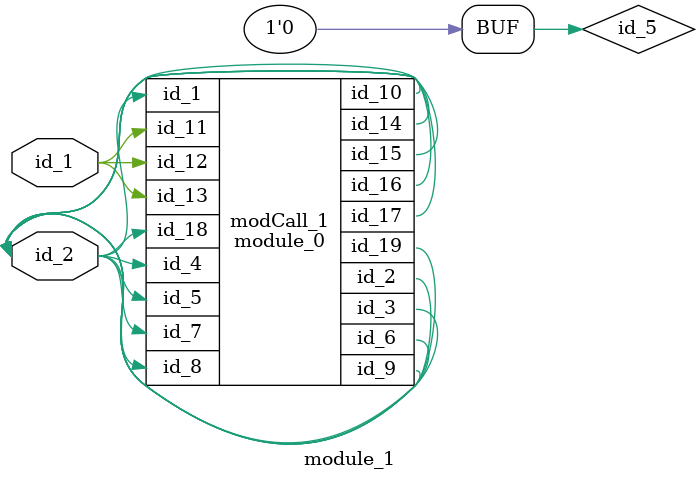
<source format=v>
module module_0 (
    id_1,
    id_2,
    id_3,
    id_4,
    id_5,
    id_6,
    id_7,
    id_8,
    id_9,
    id_10,
    id_11,
    id_12,
    id_13,
    id_14,
    id_15,
    id_16,
    id_17,
    id_18,
    id_19
);
  inout wire id_19;
  input wire id_18;
  output wire id_17;
  inout wire id_16;
  output wire id_15;
  inout wire id_14;
  input wire id_13;
  input wire id_12;
  input wire id_11;
  output wire id_10;
  output wire id_9;
  input wire id_8;
  input wire id_7;
  output wire id_6;
  input wire id_5;
  input wire id_4;
  output wire id_3;
  output wire id_2;
  input wire id_1;
  assign id_10 = 1 ? id_5 : id_16;
endmodule
module module_1 (
    id_1,
    id_2
);
  inout wire id_2;
  input wire id_1;
  module_0 modCall_1 (
      id_2,
      id_2,
      id_2,
      id_2,
      id_2,
      id_2,
      id_2,
      id_2,
      id_2,
      id_2,
      id_1,
      id_1,
      id_1,
      id_2,
      id_2,
      id_2,
      id_2,
      id_2,
      id_2
  );
  wire id_3;
  ;
  reg id_4, id_5;
  always @(id_1 === id_5) begin : LABEL_0
    id_5 <= -1'h0;
  end
endmodule

</source>
